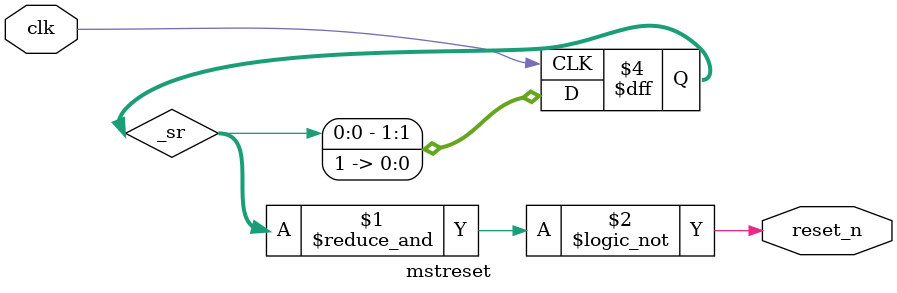
<source format=v>
/**********************************************************************
 * mstreset
 *
 * Description
 * This module generates a master reset signal used to reset other modules.
 *********************************************************************/
module mstreset(
    reset_n,
    clk
);

output reset_n;
input clk;

wire reset_n;
wire clk;

/* internal signals */
reg [1:0] _sr;

/* reduce bits and invert */
assign reset_n = !(& _sr);

/* implement a shift register to help the simulation along */
always @ (posedge clk)
begin
    _sr <= {_sr[0], 1'b1};
end

endmodule

</source>
